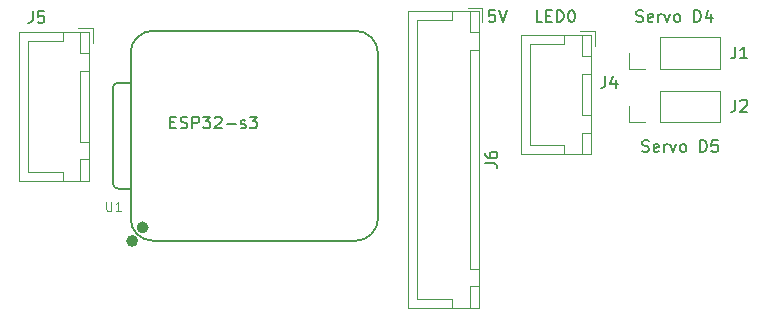
<source format=gto>
G04 #@! TF.GenerationSoftware,KiCad,Pcbnew,8.0.7*
G04 #@! TF.CreationDate,2024-12-27T16:52:24+10:00*
G04 #@! TF.ProjectId,Input Board,496e7075-7420-4426-9f61-72642e6b6963,rev?*
G04 #@! TF.SameCoordinates,Original*
G04 #@! TF.FileFunction,Legend,Top*
G04 #@! TF.FilePolarity,Positive*
%FSLAX46Y46*%
G04 Gerber Fmt 4.6, Leading zero omitted, Abs format (unit mm)*
G04 Created by KiCad (PCBNEW 8.0.7) date 2024-12-27 16:52:24*
%MOMM*%
%LPD*%
G01*
G04 APERTURE LIST*
%ADD10C,0.150000*%
%ADD11C,0.101600*%
%ADD12C,0.504000*%
%ADD13C,0.127000*%
%ADD14C,0.100000*%
%ADD15C,0.120000*%
G04 APERTURE END LIST*
D10*
X113336779Y-60846009D02*
X113670112Y-60846009D01*
X113812969Y-61369819D02*
X113336779Y-61369819D01*
X113336779Y-61369819D02*
X113336779Y-60369819D01*
X113336779Y-60369819D02*
X113812969Y-60369819D01*
X114193922Y-61322200D02*
X114336779Y-61369819D01*
X114336779Y-61369819D02*
X114574874Y-61369819D01*
X114574874Y-61369819D02*
X114670112Y-61322200D01*
X114670112Y-61322200D02*
X114717731Y-61274580D01*
X114717731Y-61274580D02*
X114765350Y-61179342D01*
X114765350Y-61179342D02*
X114765350Y-61084104D01*
X114765350Y-61084104D02*
X114717731Y-60988866D01*
X114717731Y-60988866D02*
X114670112Y-60941247D01*
X114670112Y-60941247D02*
X114574874Y-60893628D01*
X114574874Y-60893628D02*
X114384398Y-60846009D01*
X114384398Y-60846009D02*
X114289160Y-60798390D01*
X114289160Y-60798390D02*
X114241541Y-60750771D01*
X114241541Y-60750771D02*
X114193922Y-60655533D01*
X114193922Y-60655533D02*
X114193922Y-60560295D01*
X114193922Y-60560295D02*
X114241541Y-60465057D01*
X114241541Y-60465057D02*
X114289160Y-60417438D01*
X114289160Y-60417438D02*
X114384398Y-60369819D01*
X114384398Y-60369819D02*
X114622493Y-60369819D01*
X114622493Y-60369819D02*
X114765350Y-60417438D01*
X115193922Y-61369819D02*
X115193922Y-60369819D01*
X115193922Y-60369819D02*
X115574874Y-60369819D01*
X115574874Y-60369819D02*
X115670112Y-60417438D01*
X115670112Y-60417438D02*
X115717731Y-60465057D01*
X115717731Y-60465057D02*
X115765350Y-60560295D01*
X115765350Y-60560295D02*
X115765350Y-60703152D01*
X115765350Y-60703152D02*
X115717731Y-60798390D01*
X115717731Y-60798390D02*
X115670112Y-60846009D01*
X115670112Y-60846009D02*
X115574874Y-60893628D01*
X115574874Y-60893628D02*
X115193922Y-60893628D01*
X116098684Y-60369819D02*
X116717731Y-60369819D01*
X116717731Y-60369819D02*
X116384398Y-60750771D01*
X116384398Y-60750771D02*
X116527255Y-60750771D01*
X116527255Y-60750771D02*
X116622493Y-60798390D01*
X116622493Y-60798390D02*
X116670112Y-60846009D01*
X116670112Y-60846009D02*
X116717731Y-60941247D01*
X116717731Y-60941247D02*
X116717731Y-61179342D01*
X116717731Y-61179342D02*
X116670112Y-61274580D01*
X116670112Y-61274580D02*
X116622493Y-61322200D01*
X116622493Y-61322200D02*
X116527255Y-61369819D01*
X116527255Y-61369819D02*
X116241541Y-61369819D01*
X116241541Y-61369819D02*
X116146303Y-61322200D01*
X116146303Y-61322200D02*
X116098684Y-61274580D01*
X117098684Y-60465057D02*
X117146303Y-60417438D01*
X117146303Y-60417438D02*
X117241541Y-60369819D01*
X117241541Y-60369819D02*
X117479636Y-60369819D01*
X117479636Y-60369819D02*
X117574874Y-60417438D01*
X117574874Y-60417438D02*
X117622493Y-60465057D01*
X117622493Y-60465057D02*
X117670112Y-60560295D01*
X117670112Y-60560295D02*
X117670112Y-60655533D01*
X117670112Y-60655533D02*
X117622493Y-60798390D01*
X117622493Y-60798390D02*
X117051065Y-61369819D01*
X117051065Y-61369819D02*
X117670112Y-61369819D01*
X118098684Y-60988866D02*
X118860589Y-60988866D01*
X119289160Y-61322200D02*
X119384398Y-61369819D01*
X119384398Y-61369819D02*
X119574874Y-61369819D01*
X119574874Y-61369819D02*
X119670112Y-61322200D01*
X119670112Y-61322200D02*
X119717731Y-61226961D01*
X119717731Y-61226961D02*
X119717731Y-61179342D01*
X119717731Y-61179342D02*
X119670112Y-61084104D01*
X119670112Y-61084104D02*
X119574874Y-61036485D01*
X119574874Y-61036485D02*
X119432017Y-61036485D01*
X119432017Y-61036485D02*
X119336779Y-60988866D01*
X119336779Y-60988866D02*
X119289160Y-60893628D01*
X119289160Y-60893628D02*
X119289160Y-60846009D01*
X119289160Y-60846009D02*
X119336779Y-60750771D01*
X119336779Y-60750771D02*
X119432017Y-60703152D01*
X119432017Y-60703152D02*
X119574874Y-60703152D01*
X119574874Y-60703152D02*
X119670112Y-60750771D01*
X120051065Y-60369819D02*
X120670112Y-60369819D01*
X120670112Y-60369819D02*
X120336779Y-60750771D01*
X120336779Y-60750771D02*
X120479636Y-60750771D01*
X120479636Y-60750771D02*
X120574874Y-60798390D01*
X120574874Y-60798390D02*
X120622493Y-60846009D01*
X120622493Y-60846009D02*
X120670112Y-60941247D01*
X120670112Y-60941247D02*
X120670112Y-61179342D01*
X120670112Y-61179342D02*
X120622493Y-61274580D01*
X120622493Y-61274580D02*
X120574874Y-61322200D01*
X120574874Y-61322200D02*
X120479636Y-61369819D01*
X120479636Y-61369819D02*
X120193922Y-61369819D01*
X120193922Y-61369819D02*
X120098684Y-61322200D01*
X120098684Y-61322200D02*
X120051065Y-61274580D01*
X144812969Y-52369819D02*
X144336779Y-52369819D01*
X144336779Y-52369819D02*
X144336779Y-51369819D01*
X145146303Y-51846009D02*
X145479636Y-51846009D01*
X145622493Y-52369819D02*
X145146303Y-52369819D01*
X145146303Y-52369819D02*
X145146303Y-51369819D01*
X145146303Y-51369819D02*
X145622493Y-51369819D01*
X146051065Y-52369819D02*
X146051065Y-51369819D01*
X146051065Y-51369819D02*
X146289160Y-51369819D01*
X146289160Y-51369819D02*
X146432017Y-51417438D01*
X146432017Y-51417438D02*
X146527255Y-51512676D01*
X146527255Y-51512676D02*
X146574874Y-51607914D01*
X146574874Y-51607914D02*
X146622493Y-51798390D01*
X146622493Y-51798390D02*
X146622493Y-51941247D01*
X146622493Y-51941247D02*
X146574874Y-52131723D01*
X146574874Y-52131723D02*
X146527255Y-52226961D01*
X146527255Y-52226961D02*
X146432017Y-52322200D01*
X146432017Y-52322200D02*
X146289160Y-52369819D01*
X146289160Y-52369819D02*
X146051065Y-52369819D01*
X147241541Y-51369819D02*
X147336779Y-51369819D01*
X147336779Y-51369819D02*
X147432017Y-51417438D01*
X147432017Y-51417438D02*
X147479636Y-51465057D01*
X147479636Y-51465057D02*
X147527255Y-51560295D01*
X147527255Y-51560295D02*
X147574874Y-51750771D01*
X147574874Y-51750771D02*
X147574874Y-51988866D01*
X147574874Y-51988866D02*
X147527255Y-52179342D01*
X147527255Y-52179342D02*
X147479636Y-52274580D01*
X147479636Y-52274580D02*
X147432017Y-52322200D01*
X147432017Y-52322200D02*
X147336779Y-52369819D01*
X147336779Y-52369819D02*
X147241541Y-52369819D01*
X147241541Y-52369819D02*
X147146303Y-52322200D01*
X147146303Y-52322200D02*
X147098684Y-52274580D01*
X147098684Y-52274580D02*
X147051065Y-52179342D01*
X147051065Y-52179342D02*
X147003446Y-51988866D01*
X147003446Y-51988866D02*
X147003446Y-51750771D01*
X147003446Y-51750771D02*
X147051065Y-51560295D01*
X147051065Y-51560295D02*
X147098684Y-51465057D01*
X147098684Y-51465057D02*
X147146303Y-51417438D01*
X147146303Y-51417438D02*
X147241541Y-51369819D01*
X153289160Y-63322200D02*
X153432017Y-63369819D01*
X153432017Y-63369819D02*
X153670112Y-63369819D01*
X153670112Y-63369819D02*
X153765350Y-63322200D01*
X153765350Y-63322200D02*
X153812969Y-63274580D01*
X153812969Y-63274580D02*
X153860588Y-63179342D01*
X153860588Y-63179342D02*
X153860588Y-63084104D01*
X153860588Y-63084104D02*
X153812969Y-62988866D01*
X153812969Y-62988866D02*
X153765350Y-62941247D01*
X153765350Y-62941247D02*
X153670112Y-62893628D01*
X153670112Y-62893628D02*
X153479636Y-62846009D01*
X153479636Y-62846009D02*
X153384398Y-62798390D01*
X153384398Y-62798390D02*
X153336779Y-62750771D01*
X153336779Y-62750771D02*
X153289160Y-62655533D01*
X153289160Y-62655533D02*
X153289160Y-62560295D01*
X153289160Y-62560295D02*
X153336779Y-62465057D01*
X153336779Y-62465057D02*
X153384398Y-62417438D01*
X153384398Y-62417438D02*
X153479636Y-62369819D01*
X153479636Y-62369819D02*
X153717731Y-62369819D01*
X153717731Y-62369819D02*
X153860588Y-62417438D01*
X154670112Y-63322200D02*
X154574874Y-63369819D01*
X154574874Y-63369819D02*
X154384398Y-63369819D01*
X154384398Y-63369819D02*
X154289160Y-63322200D01*
X154289160Y-63322200D02*
X154241541Y-63226961D01*
X154241541Y-63226961D02*
X154241541Y-62846009D01*
X154241541Y-62846009D02*
X154289160Y-62750771D01*
X154289160Y-62750771D02*
X154384398Y-62703152D01*
X154384398Y-62703152D02*
X154574874Y-62703152D01*
X154574874Y-62703152D02*
X154670112Y-62750771D01*
X154670112Y-62750771D02*
X154717731Y-62846009D01*
X154717731Y-62846009D02*
X154717731Y-62941247D01*
X154717731Y-62941247D02*
X154241541Y-63036485D01*
X155146303Y-63369819D02*
X155146303Y-62703152D01*
X155146303Y-62893628D02*
X155193922Y-62798390D01*
X155193922Y-62798390D02*
X155241541Y-62750771D01*
X155241541Y-62750771D02*
X155336779Y-62703152D01*
X155336779Y-62703152D02*
X155432017Y-62703152D01*
X155670113Y-62703152D02*
X155908208Y-63369819D01*
X155908208Y-63369819D02*
X156146303Y-62703152D01*
X156670113Y-63369819D02*
X156574875Y-63322200D01*
X156574875Y-63322200D02*
X156527256Y-63274580D01*
X156527256Y-63274580D02*
X156479637Y-63179342D01*
X156479637Y-63179342D02*
X156479637Y-62893628D01*
X156479637Y-62893628D02*
X156527256Y-62798390D01*
X156527256Y-62798390D02*
X156574875Y-62750771D01*
X156574875Y-62750771D02*
X156670113Y-62703152D01*
X156670113Y-62703152D02*
X156812970Y-62703152D01*
X156812970Y-62703152D02*
X156908208Y-62750771D01*
X156908208Y-62750771D02*
X156955827Y-62798390D01*
X156955827Y-62798390D02*
X157003446Y-62893628D01*
X157003446Y-62893628D02*
X157003446Y-63179342D01*
X157003446Y-63179342D02*
X156955827Y-63274580D01*
X156955827Y-63274580D02*
X156908208Y-63322200D01*
X156908208Y-63322200D02*
X156812970Y-63369819D01*
X156812970Y-63369819D02*
X156670113Y-63369819D01*
X158193923Y-63369819D02*
X158193923Y-62369819D01*
X158193923Y-62369819D02*
X158432018Y-62369819D01*
X158432018Y-62369819D02*
X158574875Y-62417438D01*
X158574875Y-62417438D02*
X158670113Y-62512676D01*
X158670113Y-62512676D02*
X158717732Y-62607914D01*
X158717732Y-62607914D02*
X158765351Y-62798390D01*
X158765351Y-62798390D02*
X158765351Y-62941247D01*
X158765351Y-62941247D02*
X158717732Y-63131723D01*
X158717732Y-63131723D02*
X158670113Y-63226961D01*
X158670113Y-63226961D02*
X158574875Y-63322200D01*
X158574875Y-63322200D02*
X158432018Y-63369819D01*
X158432018Y-63369819D02*
X158193923Y-63369819D01*
X159670113Y-62369819D02*
X159193923Y-62369819D01*
X159193923Y-62369819D02*
X159146304Y-62846009D01*
X159146304Y-62846009D02*
X159193923Y-62798390D01*
X159193923Y-62798390D02*
X159289161Y-62750771D01*
X159289161Y-62750771D02*
X159527256Y-62750771D01*
X159527256Y-62750771D02*
X159622494Y-62798390D01*
X159622494Y-62798390D02*
X159670113Y-62846009D01*
X159670113Y-62846009D02*
X159717732Y-62941247D01*
X159717732Y-62941247D02*
X159717732Y-63179342D01*
X159717732Y-63179342D02*
X159670113Y-63274580D01*
X159670113Y-63274580D02*
X159622494Y-63322200D01*
X159622494Y-63322200D02*
X159527256Y-63369819D01*
X159527256Y-63369819D02*
X159289161Y-63369819D01*
X159289161Y-63369819D02*
X159193923Y-63322200D01*
X159193923Y-63322200D02*
X159146304Y-63274580D01*
X152789160Y-52322200D02*
X152932017Y-52369819D01*
X152932017Y-52369819D02*
X153170112Y-52369819D01*
X153170112Y-52369819D02*
X153265350Y-52322200D01*
X153265350Y-52322200D02*
X153312969Y-52274580D01*
X153312969Y-52274580D02*
X153360588Y-52179342D01*
X153360588Y-52179342D02*
X153360588Y-52084104D01*
X153360588Y-52084104D02*
X153312969Y-51988866D01*
X153312969Y-51988866D02*
X153265350Y-51941247D01*
X153265350Y-51941247D02*
X153170112Y-51893628D01*
X153170112Y-51893628D02*
X152979636Y-51846009D01*
X152979636Y-51846009D02*
X152884398Y-51798390D01*
X152884398Y-51798390D02*
X152836779Y-51750771D01*
X152836779Y-51750771D02*
X152789160Y-51655533D01*
X152789160Y-51655533D02*
X152789160Y-51560295D01*
X152789160Y-51560295D02*
X152836779Y-51465057D01*
X152836779Y-51465057D02*
X152884398Y-51417438D01*
X152884398Y-51417438D02*
X152979636Y-51369819D01*
X152979636Y-51369819D02*
X153217731Y-51369819D01*
X153217731Y-51369819D02*
X153360588Y-51417438D01*
X154170112Y-52322200D02*
X154074874Y-52369819D01*
X154074874Y-52369819D02*
X153884398Y-52369819D01*
X153884398Y-52369819D02*
X153789160Y-52322200D01*
X153789160Y-52322200D02*
X153741541Y-52226961D01*
X153741541Y-52226961D02*
X153741541Y-51846009D01*
X153741541Y-51846009D02*
X153789160Y-51750771D01*
X153789160Y-51750771D02*
X153884398Y-51703152D01*
X153884398Y-51703152D02*
X154074874Y-51703152D01*
X154074874Y-51703152D02*
X154170112Y-51750771D01*
X154170112Y-51750771D02*
X154217731Y-51846009D01*
X154217731Y-51846009D02*
X154217731Y-51941247D01*
X154217731Y-51941247D02*
X153741541Y-52036485D01*
X154646303Y-52369819D02*
X154646303Y-51703152D01*
X154646303Y-51893628D02*
X154693922Y-51798390D01*
X154693922Y-51798390D02*
X154741541Y-51750771D01*
X154741541Y-51750771D02*
X154836779Y-51703152D01*
X154836779Y-51703152D02*
X154932017Y-51703152D01*
X155170113Y-51703152D02*
X155408208Y-52369819D01*
X155408208Y-52369819D02*
X155646303Y-51703152D01*
X156170113Y-52369819D02*
X156074875Y-52322200D01*
X156074875Y-52322200D02*
X156027256Y-52274580D01*
X156027256Y-52274580D02*
X155979637Y-52179342D01*
X155979637Y-52179342D02*
X155979637Y-51893628D01*
X155979637Y-51893628D02*
X156027256Y-51798390D01*
X156027256Y-51798390D02*
X156074875Y-51750771D01*
X156074875Y-51750771D02*
X156170113Y-51703152D01*
X156170113Y-51703152D02*
X156312970Y-51703152D01*
X156312970Y-51703152D02*
X156408208Y-51750771D01*
X156408208Y-51750771D02*
X156455827Y-51798390D01*
X156455827Y-51798390D02*
X156503446Y-51893628D01*
X156503446Y-51893628D02*
X156503446Y-52179342D01*
X156503446Y-52179342D02*
X156455827Y-52274580D01*
X156455827Y-52274580D02*
X156408208Y-52322200D01*
X156408208Y-52322200D02*
X156312970Y-52369819D01*
X156312970Y-52369819D02*
X156170113Y-52369819D01*
X157693923Y-52369819D02*
X157693923Y-51369819D01*
X157693923Y-51369819D02*
X157932018Y-51369819D01*
X157932018Y-51369819D02*
X158074875Y-51417438D01*
X158074875Y-51417438D02*
X158170113Y-51512676D01*
X158170113Y-51512676D02*
X158217732Y-51607914D01*
X158217732Y-51607914D02*
X158265351Y-51798390D01*
X158265351Y-51798390D02*
X158265351Y-51941247D01*
X158265351Y-51941247D02*
X158217732Y-52131723D01*
X158217732Y-52131723D02*
X158170113Y-52226961D01*
X158170113Y-52226961D02*
X158074875Y-52322200D01*
X158074875Y-52322200D02*
X157932018Y-52369819D01*
X157932018Y-52369819D02*
X157693923Y-52369819D01*
X159122494Y-51703152D02*
X159122494Y-52369819D01*
X158884399Y-51322200D02*
X158646304Y-52036485D01*
X158646304Y-52036485D02*
X159265351Y-52036485D01*
X140812969Y-51369819D02*
X140336779Y-51369819D01*
X140336779Y-51369819D02*
X140289160Y-51846009D01*
X140289160Y-51846009D02*
X140336779Y-51798390D01*
X140336779Y-51798390D02*
X140432017Y-51750771D01*
X140432017Y-51750771D02*
X140670112Y-51750771D01*
X140670112Y-51750771D02*
X140765350Y-51798390D01*
X140765350Y-51798390D02*
X140812969Y-51846009D01*
X140812969Y-51846009D02*
X140860588Y-51941247D01*
X140860588Y-51941247D02*
X140860588Y-52179342D01*
X140860588Y-52179342D02*
X140812969Y-52274580D01*
X140812969Y-52274580D02*
X140765350Y-52322200D01*
X140765350Y-52322200D02*
X140670112Y-52369819D01*
X140670112Y-52369819D02*
X140432017Y-52369819D01*
X140432017Y-52369819D02*
X140336779Y-52322200D01*
X140336779Y-52322200D02*
X140289160Y-52274580D01*
X141146303Y-51369819D02*
X141479636Y-52369819D01*
X141479636Y-52369819D02*
X141812969Y-51369819D01*
D11*
X107890476Y-67564811D02*
X107890476Y-68212430D01*
X107890476Y-68212430D02*
X107928571Y-68288620D01*
X107928571Y-68288620D02*
X107966666Y-68326716D01*
X107966666Y-68326716D02*
X108042857Y-68364811D01*
X108042857Y-68364811D02*
X108195238Y-68364811D01*
X108195238Y-68364811D02*
X108271428Y-68326716D01*
X108271428Y-68326716D02*
X108309523Y-68288620D01*
X108309523Y-68288620D02*
X108347619Y-68212430D01*
X108347619Y-68212430D02*
X108347619Y-67564811D01*
X109147618Y-68364811D02*
X108690475Y-68364811D01*
X108919047Y-68364811D02*
X108919047Y-67564811D01*
X108919047Y-67564811D02*
X108842856Y-67679096D01*
X108842856Y-67679096D02*
X108766666Y-67755287D01*
X108766666Y-67755287D02*
X108690475Y-67793382D01*
D10*
X140004819Y-64333333D02*
X140719104Y-64333333D01*
X140719104Y-64333333D02*
X140861961Y-64380952D01*
X140861961Y-64380952D02*
X140957200Y-64476190D01*
X140957200Y-64476190D02*
X141004819Y-64619047D01*
X141004819Y-64619047D02*
X141004819Y-64714285D01*
X140004819Y-63428571D02*
X140004819Y-63619047D01*
X140004819Y-63619047D02*
X140052438Y-63714285D01*
X140052438Y-63714285D02*
X140100057Y-63761904D01*
X140100057Y-63761904D02*
X140242914Y-63857142D01*
X140242914Y-63857142D02*
X140433390Y-63904761D01*
X140433390Y-63904761D02*
X140814342Y-63904761D01*
X140814342Y-63904761D02*
X140909580Y-63857142D01*
X140909580Y-63857142D02*
X140957200Y-63809523D01*
X140957200Y-63809523D02*
X141004819Y-63714285D01*
X141004819Y-63714285D02*
X141004819Y-63523809D01*
X141004819Y-63523809D02*
X140957200Y-63428571D01*
X140957200Y-63428571D02*
X140909580Y-63380952D01*
X140909580Y-63380952D02*
X140814342Y-63333333D01*
X140814342Y-63333333D02*
X140576247Y-63333333D01*
X140576247Y-63333333D02*
X140481009Y-63380952D01*
X140481009Y-63380952D02*
X140433390Y-63428571D01*
X140433390Y-63428571D02*
X140385771Y-63523809D01*
X140385771Y-63523809D02*
X140385771Y-63714285D01*
X140385771Y-63714285D02*
X140433390Y-63809523D01*
X140433390Y-63809523D02*
X140481009Y-63857142D01*
X140481009Y-63857142D02*
X140576247Y-63904761D01*
X101666666Y-51454819D02*
X101666666Y-52169104D01*
X101666666Y-52169104D02*
X101619047Y-52311961D01*
X101619047Y-52311961D02*
X101523809Y-52407200D01*
X101523809Y-52407200D02*
X101380952Y-52454819D01*
X101380952Y-52454819D02*
X101285714Y-52454819D01*
X102619047Y-51454819D02*
X102142857Y-51454819D01*
X102142857Y-51454819D02*
X102095238Y-51931009D01*
X102095238Y-51931009D02*
X102142857Y-51883390D01*
X102142857Y-51883390D02*
X102238095Y-51835771D01*
X102238095Y-51835771D02*
X102476190Y-51835771D01*
X102476190Y-51835771D02*
X102571428Y-51883390D01*
X102571428Y-51883390D02*
X102619047Y-51931009D01*
X102619047Y-51931009D02*
X102666666Y-52026247D01*
X102666666Y-52026247D02*
X102666666Y-52264342D01*
X102666666Y-52264342D02*
X102619047Y-52359580D01*
X102619047Y-52359580D02*
X102571428Y-52407200D01*
X102571428Y-52407200D02*
X102476190Y-52454819D01*
X102476190Y-52454819D02*
X102238095Y-52454819D01*
X102238095Y-52454819D02*
X102142857Y-52407200D01*
X102142857Y-52407200D02*
X102095238Y-52359580D01*
X150166666Y-56954819D02*
X150166666Y-57669104D01*
X150166666Y-57669104D02*
X150119047Y-57811961D01*
X150119047Y-57811961D02*
X150023809Y-57907200D01*
X150023809Y-57907200D02*
X149880952Y-57954819D01*
X149880952Y-57954819D02*
X149785714Y-57954819D01*
X151071428Y-57288152D02*
X151071428Y-57954819D01*
X150833333Y-56907200D02*
X150595238Y-57621485D01*
X150595238Y-57621485D02*
X151214285Y-57621485D01*
X161166666Y-58954819D02*
X161166666Y-59669104D01*
X161166666Y-59669104D02*
X161119047Y-59811961D01*
X161119047Y-59811961D02*
X161023809Y-59907200D01*
X161023809Y-59907200D02*
X160880952Y-59954819D01*
X160880952Y-59954819D02*
X160785714Y-59954819D01*
X161595238Y-59050057D02*
X161642857Y-59002438D01*
X161642857Y-59002438D02*
X161738095Y-58954819D01*
X161738095Y-58954819D02*
X161976190Y-58954819D01*
X161976190Y-58954819D02*
X162071428Y-59002438D01*
X162071428Y-59002438D02*
X162119047Y-59050057D01*
X162119047Y-59050057D02*
X162166666Y-59145295D01*
X162166666Y-59145295D02*
X162166666Y-59240533D01*
X162166666Y-59240533D02*
X162119047Y-59383390D01*
X162119047Y-59383390D02*
X161547619Y-59954819D01*
X161547619Y-59954819D02*
X162166666Y-59954819D01*
X161166666Y-54454819D02*
X161166666Y-55169104D01*
X161166666Y-55169104D02*
X161119047Y-55311961D01*
X161119047Y-55311961D02*
X161023809Y-55407200D01*
X161023809Y-55407200D02*
X160880952Y-55454819D01*
X160880952Y-55454819D02*
X160785714Y-55454819D01*
X162166666Y-55454819D02*
X161595238Y-55454819D01*
X161880952Y-55454819D02*
X161880952Y-54454819D01*
X161880952Y-54454819D02*
X161785714Y-54597676D01*
X161785714Y-54597676D02*
X161690476Y-54692914D01*
X161690476Y-54692914D02*
X161595238Y-54740533D01*
D12*
X111232000Y-69761000D02*
G75*
G02*
X110728000Y-69761000I-252000J0D01*
G01*
X110728000Y-69761000D02*
G75*
G02*
X111232000Y-69761000I252000J0D01*
G01*
X110352000Y-70904000D02*
G75*
G02*
X109848000Y-70904000I-252000J0D01*
G01*
X109848000Y-70904000D02*
G75*
G02*
X110352000Y-70904000I252000J0D01*
G01*
D13*
X129009000Y-53110000D02*
G75*
G02*
X130914000Y-55015000I0J-1905000D01*
G01*
X109959000Y-55015000D02*
G75*
G02*
X111864000Y-53110000I1905000J0D01*
G01*
X108449000Y-57996000D02*
G75*
G02*
X108949000Y-57496000I500000J0D01*
G01*
X108948728Y-66491272D02*
G75*
G02*
X108449001Y-65991272I291J500018D01*
G01*
X130914000Y-68985000D02*
G75*
G02*
X129009000Y-70890000I-1905001J1D01*
G01*
X111864000Y-70890000D02*
G75*
G02*
X109959000Y-68985000I1J1905001D01*
G01*
X129009000Y-53110000D02*
X111864000Y-53110000D01*
X109959000Y-55015000D02*
X109959000Y-68985000D01*
D14*
X109959000Y-55015000D02*
X109959000Y-68985000D01*
D13*
X108949000Y-57496000D02*
X109959000Y-57496000D01*
X108449000Y-65991272D02*
X108449000Y-57996000D01*
X109959000Y-66495000D02*
X108948728Y-66491272D01*
X130914000Y-68985000D02*
X130914000Y-55015000D01*
X129009000Y-70890000D02*
X111864000Y-70890000D01*
D15*
X133490000Y-76560000D02*
X139460000Y-76560000D01*
X139460000Y-76560000D02*
X139460000Y-51440000D01*
X137200000Y-76550000D02*
X137200000Y-75800000D01*
X138700000Y-76550000D02*
X139450000Y-76550000D01*
X139450000Y-76550000D02*
X139450000Y-74750000D01*
X134250000Y-75800000D02*
X134250000Y-64000000D01*
X137200000Y-75800000D02*
X134250000Y-75800000D01*
X138700000Y-74750000D02*
X138700000Y-76550000D01*
X139450000Y-74750000D02*
X138700000Y-74750000D01*
X138700000Y-73250000D02*
X139450000Y-73250000D01*
X139450000Y-73250000D02*
X139450000Y-54750000D01*
X138700000Y-54750000D02*
X138700000Y-73250000D01*
X139450000Y-54750000D02*
X138700000Y-54750000D01*
X138700000Y-53250000D02*
X139450000Y-53250000D01*
X139450000Y-53250000D02*
X139450000Y-51450000D01*
X139750000Y-52400000D02*
X139750000Y-51150000D01*
X134250000Y-52200000D02*
X134250000Y-64000000D01*
X137200000Y-52200000D02*
X134250000Y-52200000D01*
X137200000Y-51450000D02*
X137200000Y-52200000D01*
X138700000Y-51450000D02*
X138700000Y-53250000D01*
X139450000Y-51450000D02*
X138700000Y-51450000D01*
X133490000Y-51440000D02*
X133490000Y-76560000D01*
X139460000Y-51440000D02*
X133490000Y-51440000D01*
X139750000Y-51150000D02*
X138500000Y-51150000D01*
X106775000Y-52900000D02*
X105525000Y-52900000D01*
X106485000Y-53190000D02*
X100515000Y-53190000D01*
X100515000Y-53190000D02*
X100515000Y-65810000D01*
X106475000Y-53200000D02*
X105725000Y-53200000D01*
X105725000Y-53200000D02*
X105725000Y-55000000D01*
X104225000Y-53200000D02*
X104225000Y-53950000D01*
X104225000Y-53950000D02*
X101275000Y-53950000D01*
X101275000Y-53950000D02*
X101275000Y-59500000D01*
X106775000Y-54150000D02*
X106775000Y-52900000D01*
X106475000Y-55000000D02*
X106475000Y-53200000D01*
X105725000Y-55000000D02*
X106475000Y-55000000D01*
X106475000Y-56500000D02*
X105725000Y-56500000D01*
X105725000Y-56500000D02*
X105725000Y-62500000D01*
X106475000Y-62500000D02*
X106475000Y-56500000D01*
X105725000Y-62500000D02*
X106475000Y-62500000D01*
X106475000Y-64000000D02*
X105725000Y-64000000D01*
X105725000Y-64000000D02*
X105725000Y-65800000D01*
X104225000Y-65050000D02*
X101275000Y-65050000D01*
X101275000Y-65050000D02*
X101275000Y-59500000D01*
X106475000Y-65800000D02*
X106475000Y-64000000D01*
X105725000Y-65800000D02*
X106475000Y-65800000D01*
X104225000Y-65800000D02*
X104225000Y-65050000D01*
X106485000Y-65810000D02*
X106485000Y-53190000D01*
X100515000Y-65810000D02*
X106485000Y-65810000D01*
X142990000Y-63560000D02*
X148960000Y-63560000D01*
X148960000Y-63560000D02*
X148960000Y-53440000D01*
X146700000Y-63550000D02*
X146700000Y-62800000D01*
X148200000Y-63550000D02*
X148950000Y-63550000D01*
X148950000Y-63550000D02*
X148950000Y-61750000D01*
X143750000Y-62800000D02*
X143750000Y-58500000D01*
X146700000Y-62800000D02*
X143750000Y-62800000D01*
X148200000Y-61750000D02*
X148200000Y-63550000D01*
X148950000Y-61750000D02*
X148200000Y-61750000D01*
X148200000Y-60250000D02*
X148950000Y-60250000D01*
X148950000Y-60250000D02*
X148950000Y-56750000D01*
X148200000Y-56750000D02*
X148200000Y-60250000D01*
X148950000Y-56750000D02*
X148200000Y-56750000D01*
X148200000Y-55250000D02*
X148950000Y-55250000D01*
X148950000Y-55250000D02*
X148950000Y-53450000D01*
X149250000Y-54400000D02*
X149250000Y-53150000D01*
X143750000Y-54200000D02*
X143750000Y-58500000D01*
X146700000Y-54200000D02*
X143750000Y-54200000D01*
X146700000Y-53450000D02*
X146700000Y-54200000D01*
X148200000Y-53450000D02*
X148200000Y-55250000D01*
X148950000Y-53450000D02*
X148200000Y-53450000D01*
X142990000Y-53440000D02*
X142990000Y-63560000D01*
X148960000Y-53440000D02*
X142990000Y-53440000D01*
X149250000Y-53150000D02*
X148000000Y-53150000D01*
X152170000Y-60830000D02*
X152170000Y-59500000D01*
X153500000Y-60830000D02*
X152170000Y-60830000D01*
X154770000Y-60830000D02*
X159910000Y-60830000D01*
X154770000Y-60830000D02*
X154770000Y-58170000D01*
X159910000Y-60830000D02*
X159910000Y-58170000D01*
X154770000Y-58170000D02*
X159910000Y-58170000D01*
X152170000Y-56330000D02*
X152170000Y-55000000D01*
X153500000Y-56330000D02*
X152170000Y-56330000D01*
X154770000Y-56330000D02*
X159910000Y-56330000D01*
X154770000Y-56330000D02*
X154770000Y-53670000D01*
X159910000Y-56330000D02*
X159910000Y-53670000D01*
X154770000Y-53670000D02*
X159910000Y-53670000D01*
M02*

</source>
